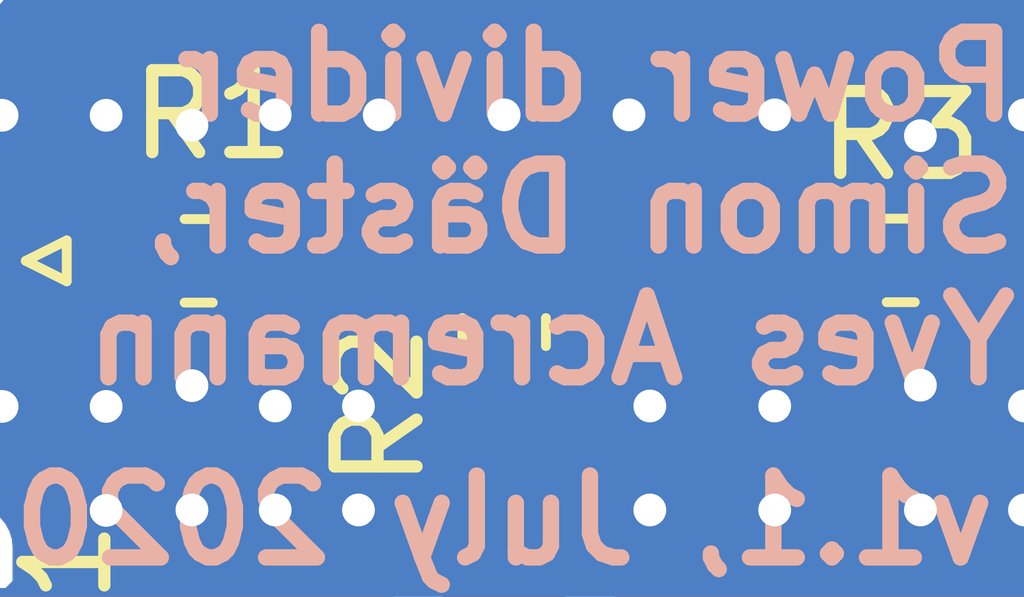
<source format=kicad_pcb>
(kicad_pcb (version 20171130) (host pcbnew 5.1.6-c6e7f7d~87~ubuntu20.04.1)

  (general
    (thickness 1.6)
    (drawings 6)
    (tracks 115)
    (zones 0)
    (modules 6)
    (nets 6)
  )

  (page A4)
  (layers
    (0 F.Cu signal hide)
    (31 B.Cu signal hide)
    (32 B.Adhes user hide)
    (33 F.Adhes user hide)
    (34 B.Paste user hide)
    (35 F.Paste user hide)
    (36 B.SilkS user)
    (37 F.SilkS user hide)
    (38 B.Mask user hide)
    (39 F.Mask user hide)
    (40 Dwgs.User user hide)
    (41 Cmts.User user hide)
    (42 Eco1.User user hide)
    (43 Eco2.User user hide)
    (44 Edge.Cuts user hide)
    (45 Margin user hide)
    (46 B.CrtYd user hide)
    (47 F.CrtYd user hide)
    (48 B.Fab user hide)
    (49 F.Fab user hide)
  )

  (setup
    (last_trace_width 0.25)
    (trace_clearance 0.25)
    (zone_clearance 0.2)
    (zone_45_only no)
    (trace_min 0.2)
    (via_size 0.8)
    (via_drill 0.4)
    (via_min_size 0.4)
    (via_min_drill 0.3)
    (uvia_size 0.3)
    (uvia_drill 0.1)
    (uvias_allowed no)
    (uvia_min_size 0.2)
    (uvia_min_drill 0.1)
    (edge_width 0.05)
    (segment_width 0.2)
    (pcb_text_width 0.3)
    (pcb_text_size 1.5 1.5)
    (mod_edge_width 0.12)
    (mod_text_size 1 1)
    (mod_text_width 0.15)
    (pad_size 1.524 1.524)
    (pad_drill 0.762)
    (pad_to_mask_clearance 0.051)
    (solder_mask_min_width 0.25)
    (aux_axis_origin 0 0)
    (visible_elements FFFFFF7F)
    (pcbplotparams
      (layerselection 0x010fc_ffffffff)
      (usegerberextensions false)
      (usegerberattributes false)
      (usegerberadvancedattributes false)
      (creategerberjobfile false)
      (excludeedgelayer true)
      (linewidth 0.100000)
      (plotframeref true)
      (viasonmask false)
      (mode 1)
      (useauxorigin false)
      (hpglpennumber 1)
      (hpglpenspeed 20)
      (hpglpendiameter 15.000000)
      (psnegative false)
      (psa4output false)
      (plotreference true)
      (plotvalue true)
      (plotinvisibletext false)
      (padsonsilk false)
      (subtractmaskfromsilk false)
      (outputformat 4)
      (mirror false)
      (drillshape 0)
      (scaleselection 1)
      (outputdirectory "/home/simon/Pictures/"))
  )

  (net 0 "")
  (net 1 "Net-(J1-Pad1)")
  (net 2 "Net-(J2-Pad1)")
  (net 3 GND)
  (net 4 "Net-(J3-Pad1)")
  (net 5 "Net-(R1-Pad1)")

  (net_class Default "Dies ist die voreingestellte Netzklasse."
    (clearance 0.25)
    (trace_width 0.25)
    (via_dia 0.8)
    (via_drill 0.4)
    (uvia_dia 0.3)
    (uvia_drill 0.1)
  )

  (net_class GND ""
    (clearance 0)
    (trace_width 0.25)
    (via_dia 0.8)
    (via_drill 0.4)
    (uvia_dia 0.3)
    (uvia_drill 0.1)
    (add_net GND)
  )

  (net_class Signal ""
    (clearance 0.6)
    (trace_width 1.5)
    (via_dia 0.8)
    (via_drill 0.4)
    (uvia_dia 0.3)
    (uvia_drill 0.1)
    (add_net "Net-(J1-Pad1)")
    (add_net "Net-(J2-Pad1)")
    (add_net "Net-(J3-Pad1)")
    (add_net "Net-(R1-Pad1)")
  )

  (module Resistor_SMD:R_0603_1608Metric_Pad1.05x0.95mm_HandSolder (layer F.Cu) (tedit 5B301BBD) (tstamp 5EA4CDCB)
    (at 45.72 30.085 90)
    (descr "Resistor SMD 0603 (1608 Metric), square (rectangular) end terminal, IPC_7351 nominal with elongated pad for handsoldering. (Body size source: http://www.tortai-tech.com/upload/download/2011102023233369053.pdf), generated with kicad-footprint-generator")
    (tags "resistor handsolder")
    (path /5EA208B8)
    (attr smd)
    (fp_text reference R2 (at -0.903 -1.524 90) (layer F.SilkS)
      (effects (font (size 1 1) (thickness 0.15)))
    )
    (fp_text value R (at 0 1.43 90) (layer F.Fab)
      (effects (font (size 1 1) (thickness 0.15)))
    )
    (fp_line (start 1.65 0.73) (end -1.65 0.73) (layer F.CrtYd) (width 0.05))
    (fp_line (start 1.65 -0.73) (end 1.65 0.73) (layer F.CrtYd) (width 0.05))
    (fp_line (start -1.65 -0.73) (end 1.65 -0.73) (layer F.CrtYd) (width 0.05))
    (fp_line (start -1.65 0.73) (end -1.65 -0.73) (layer F.CrtYd) (width 0.05))
    (fp_line (start -0.171267 0.51) (end 0.171267 0.51) (layer F.SilkS) (width 0.12))
    (fp_line (start -0.171267 -0.51) (end 0.171267 -0.51) (layer F.SilkS) (width 0.12))
    (fp_line (start 0.8 0.4) (end -0.8 0.4) (layer F.Fab) (width 0.1))
    (fp_line (start 0.8 -0.4) (end 0.8 0.4) (layer F.Fab) (width 0.1))
    (fp_line (start -0.8 -0.4) (end 0.8 -0.4) (layer F.Fab) (width 0.1))
    (fp_line (start -0.8 0.4) (end -0.8 -0.4) (layer F.Fab) (width 0.1))
    (fp_text user %R (at 0 0 90) (layer F.Fab)
      (effects (font (size 0.4 0.4) (thickness 0.06)))
    )
    (pad 2 smd roundrect (at 0.875 0 90) (size 1.05 0.95) (layers F.Cu F.Paste F.Mask) (roundrect_rratio 0.25)
      (net 5 "Net-(R1-Pad1)"))
    (pad 1 smd roundrect (at -0.875 0 90) (size 1.05 0.95) (layers F.Cu F.Paste F.Mask) (roundrect_rratio 0.25)
      (net 2 "Net-(J2-Pad1)"))
    (model ${KISYS3DMOD}/Resistor_SMD.3dshapes/R_0603_1608Metric.wrl
      (at (xyz 0 0 0))
      (scale (xyz 1 1 1))
      (rotate (xyz 0 0 0))
    )
  )

  (module Resistor_SMD:R_0603_1608Metric_Pad1.05x0.95mm_HandSolder (layer F.Cu) (tedit 5B301BBD) (tstamp 5EA79504)
    (at 50.56 29.21 180)
    (descr "Resistor SMD 0603 (1608 Metric), square (rectangular) end terminal, IPC_7351 nominal with elongated pad for handsoldering. (Body size source: http://www.tortai-tech.com/upload/download/2011102023233369053.pdf), generated with kicad-footprint-generator")
    (tags "resistor handsolder")
    (path /5EA211FC)
    (attr smd)
    (fp_text reference R3 (at 0 1.524) (layer F.SilkS)
      (effects (font (size 1 1) (thickness 0.15)))
    )
    (fp_text value R (at 0 1.43 270) (layer F.Fab)
      (effects (font (size 1 1) (thickness 0.15)))
    )
    (fp_line (start 1.65 0.73) (end -1.65 0.73) (layer F.CrtYd) (width 0.05))
    (fp_line (start 1.65 -0.73) (end 1.65 0.73) (layer F.CrtYd) (width 0.05))
    (fp_line (start -1.65 -0.73) (end 1.65 -0.73) (layer F.CrtYd) (width 0.05))
    (fp_line (start -1.65 0.73) (end -1.65 -0.73) (layer F.CrtYd) (width 0.05))
    (fp_line (start -0.171267 0.51) (end 0.171267 0.51) (layer F.SilkS) (width 0.12))
    (fp_line (start -0.171267 -0.51) (end 0.171267 -0.51) (layer F.SilkS) (width 0.12))
    (fp_line (start 0.8 0.4) (end -0.8 0.4) (layer F.Fab) (width 0.1))
    (fp_line (start 0.8 -0.4) (end 0.8 0.4) (layer F.Fab) (width 0.1))
    (fp_line (start -0.8 -0.4) (end 0.8 -0.4) (layer F.Fab) (width 0.1))
    (fp_line (start -0.8 0.4) (end -0.8 -0.4) (layer F.Fab) (width 0.1))
    (fp_text user %R (at 0 0 270) (layer F.Fab)
      (effects (font (size 0.4 0.4) (thickness 0.06)))
    )
    (pad 2 smd roundrect (at 0.875 0 180) (size 1.05 0.95) (layers F.Cu F.Paste F.Mask) (roundrect_rratio 0.25)
      (net 5 "Net-(R1-Pad1)"))
    (pad 1 smd roundrect (at -0.875 0 180) (size 1.05 0.95) (layers F.Cu F.Paste F.Mask) (roundrect_rratio 0.25)
      (net 4 "Net-(J3-Pad1)"))
    (model ${KISYS3DMOD}/Resistor_SMD.3dshapes/R_0603_1608Metric.wrl
      (at (xyz 0 0 0))
      (scale (xyz 1 1 1))
      (rotate (xyz 0 0 0))
    )
  )

  (module Resistor_SMD:R_0603_1608Metric_Pad1.05x0.95mm_HandSolder (layer F.Cu) (tedit 5B301BBD) (tstamp 5EA7A5DA)
    (at 41.992111 29.215121 180)
    (descr "Resistor SMD 0603 (1608 Metric), square (rectangular) end terminal, IPC_7351 nominal with elongated pad for handsoldering. (Body size source: http://www.tortai-tech.com/upload/download/2011102023233369053.pdf), generated with kicad-footprint-generator")
    (tags "resistor handsolder")
    (path /5EA201AC)
    (attr smd)
    (fp_text reference R1 (at -0.171889 1.783121) (layer F.SilkS)
      (effects (font (size 1 1) (thickness 0.15)))
    )
    (fp_text value R (at 0 1.43 270) (layer F.Fab)
      (effects (font (size 1 1) (thickness 0.15)))
    )
    (fp_line (start 1.65 0.73) (end -1.65 0.73) (layer F.CrtYd) (width 0.05))
    (fp_line (start 1.65 -0.73) (end 1.65 0.73) (layer F.CrtYd) (width 0.05))
    (fp_line (start -1.65 -0.73) (end 1.65 -0.73) (layer F.CrtYd) (width 0.05))
    (fp_line (start -1.65 0.73) (end -1.65 -0.73) (layer F.CrtYd) (width 0.05))
    (fp_line (start -0.171267 0.51) (end 0.171267 0.51) (layer F.SilkS) (width 0.12))
    (fp_line (start -0.171267 -0.51) (end 0.171267 -0.51) (layer F.SilkS) (width 0.12))
    (fp_line (start 0.8 0.4) (end -0.8 0.4) (layer F.Fab) (width 0.1))
    (fp_line (start 0.8 -0.4) (end 0.8 0.4) (layer F.Fab) (width 0.1))
    (fp_line (start -0.8 -0.4) (end 0.8 -0.4) (layer F.Fab) (width 0.1))
    (fp_line (start -0.8 0.4) (end -0.8 -0.4) (layer F.Fab) (width 0.1))
    (fp_text user %R (at 0 0 270) (layer F.Fab)
      (effects (font (size 0.4 0.4) (thickness 0.06)))
    )
    (pad 2 smd roundrect (at 0.875 0 180) (size 1.05 0.95) (layers F.Cu F.Paste F.Mask) (roundrect_rratio 0.25)
      (net 1 "Net-(J1-Pad1)"))
    (pad 1 smd roundrect (at -0.875 0 180) (size 1.05 0.95) (layers F.Cu F.Paste F.Mask) (roundrect_rratio 0.25)
      (net 5 "Net-(R1-Pad1)"))
    (model ${KISYS3DMOD}/Resistor_SMD.3dshapes/R_0603_1608Metric.wrl
      (at (xyz 0 0 0))
      (scale (xyz 1 1 1))
      (rotate (xyz 0 0 0))
    )
  )

  (module Connector_Coaxial:SMA_Amphenol_132289_EdgeMount (layer F.Cu) (tedit 5A1C1810) (tstamp 5EA7AA93)
    (at 56.388 29.21)
    (descr http://www.amphenolrf.com/132289.html)
    (tags SMA)
    (path /5EA1D831)
    (attr smd)
    (fp_text reference J3 (at -3.556 4.318 90) (layer F.SilkS)
      (effects (font (size 1 1) (thickness 0.15)))
    )
    (fp_text value Output2 (at -1.27 6.35) (layer F.Fab)
      (effects (font (size 1 1) (thickness 0.15)))
    )
    (fp_line (start -1.91 5.08) (end 4.445 5.08) (layer F.Fab) (width 0.1))
    (fp_line (start -1.91 3.81) (end -1.91 5.08) (layer F.Fab) (width 0.1))
    (fp_line (start 2.54 3.81) (end -1.91 3.81) (layer F.Fab) (width 0.1))
    (fp_line (start 2.54 -3.81) (end 2.54 3.81) (layer F.Fab) (width 0.1))
    (fp_line (start -1.91 -3.81) (end 2.54 -3.81) (layer F.Fab) (width 0.1))
    (fp_line (start -1.91 -5.08) (end -1.91 -3.81) (layer F.Fab) (width 0.1))
    (fp_line (start -1.91 -5.08) (end 4.445 -5.08) (layer F.Fab) (width 0.1))
    (fp_line (start 4.445 -3.81) (end 4.445 -5.08) (layer F.Fab) (width 0.1))
    (fp_line (start 4.445 5.08) (end 4.445 3.81) (layer F.Fab) (width 0.1))
    (fp_line (start 13.97 3.81) (end 4.445 3.81) (layer F.Fab) (width 0.1))
    (fp_line (start 13.97 -3.81) (end 13.97 3.81) (layer F.Fab) (width 0.1))
    (fp_line (start 4.445 -3.81) (end 13.97 -3.81) (layer F.Fab) (width 0.1))
    (fp_line (start -3.04 5.58) (end -3.04 -5.58) (layer B.CrtYd) (width 0.05))
    (fp_line (start 14.47 5.58) (end -3.04 5.58) (layer B.CrtYd) (width 0.05))
    (fp_line (start 14.47 -5.58) (end 14.47 5.58) (layer B.CrtYd) (width 0.05))
    (fp_line (start 14.47 -5.58) (end -3.04 -5.58) (layer B.CrtYd) (width 0.05))
    (fp_line (start -3.04 5.58) (end -3.04 -5.58) (layer F.CrtYd) (width 0.05))
    (fp_line (start 14.47 5.58) (end -3.04 5.58) (layer F.CrtYd) (width 0.05))
    (fp_line (start 14.47 -5.58) (end 14.47 5.58) (layer F.CrtYd) (width 0.05))
    (fp_line (start 14.47 -5.58) (end -3.04 -5.58) (layer F.CrtYd) (width 0.05))
    (fp_line (start 2.54 -0.75) (end 3.54 0) (layer F.Fab) (width 0.1))
    (fp_line (start 3.54 0) (end 2.54 0.75) (layer F.Fab) (width 0.1))
    (fp_line (start -3.21 0) (end -3.71 -0.25) (layer F.SilkS) (width 0.12))
    (fp_line (start -3.71 -0.25) (end -3.71 0.25) (layer F.SilkS) (width 0.12))
    (fp_line (start -3.71 0.25) (end -3.21 0) (layer F.SilkS) (width 0.12))
    (fp_text user %R (at 4.79 0 270) (layer F.Fab)
      (effects (font (size 1 1) (thickness 0.15)))
    )
    (pad 1 smd rect (at 0 0 90) (size 1.5 5.08) (layers F.Cu F.Paste F.Mask)
      (net 4 "Net-(J3-Pad1)"))
    (pad 2 smd rect (at 0 -4.25 90) (size 1.5 5.08) (layers F.Cu F.Paste F.Mask)
      (net 3 GND))
    (pad 2 smd rect (at 0 4.25 90) (size 1.5 5.08) (layers F.Cu F.Paste F.Mask)
      (net 3 GND))
    (pad 2 smd rect (at 0 -4.25 90) (size 1.5 5.08) (layers B.Cu B.Paste B.Mask)
      (net 3 GND))
    (pad 2 smd rect (at 0 4.25 90) (size 1.5 5.08) (layers B.Cu B.Paste B.Mask)
      (net 3 GND))
    (model ${KISYS3DMOD}/Connector_Coaxial.3dshapes/SMA_Amphenol_132289_EdgeMount.wrl
      (at (xyz 0 0 0))
      (scale (xyz 1 1 1))
      (rotate (xyz 0 0 0))
    )
  )

  (module Connector_Coaxial:SMA_Amphenol_132289_EdgeMount (layer F.Cu) (tedit 5A1C1810) (tstamp 5EA7A580)
    (at 45.72 38.354 270)
    (descr http://www.amphenolrf.com/132289.html)
    (tags SMA)
    (path /5EA1D40E)
    (attr smd)
    (fp_text reference J2 (at -3.556 -4.064) (layer F.SilkS)
      (effects (font (size 1 1) (thickness 0.15)))
    )
    (fp_text value Output1 (at -1.27 6.545 90) (layer F.Fab)
      (effects (font (size 1 1) (thickness 0.15)))
    )
    (fp_line (start -1.91 5.08) (end 4.445 5.08) (layer F.Fab) (width 0.1))
    (fp_line (start -1.91 3.81) (end -1.91 5.08) (layer F.Fab) (width 0.1))
    (fp_line (start 2.54 3.81) (end -1.91 3.81) (layer F.Fab) (width 0.1))
    (fp_line (start 2.54 -3.81) (end 2.54 3.81) (layer F.Fab) (width 0.1))
    (fp_line (start -1.91 -3.81) (end 2.54 -3.81) (layer F.Fab) (width 0.1))
    (fp_line (start -1.91 -5.08) (end -1.91 -3.81) (layer F.Fab) (width 0.1))
    (fp_line (start -1.91 -5.08) (end 4.445 -5.08) (layer F.Fab) (width 0.1))
    (fp_line (start 4.445 -3.81) (end 4.445 -5.08) (layer F.Fab) (width 0.1))
    (fp_line (start 4.445 5.08) (end 4.445 3.81) (layer F.Fab) (width 0.1))
    (fp_line (start 13.97 3.81) (end 4.445 3.81) (layer F.Fab) (width 0.1))
    (fp_line (start 13.97 -3.81) (end 13.97 3.81) (layer F.Fab) (width 0.1))
    (fp_line (start 4.445 -3.81) (end 13.97 -3.81) (layer F.Fab) (width 0.1))
    (fp_line (start -3.04 5.58) (end -3.04 -5.58) (layer B.CrtYd) (width 0.05))
    (fp_line (start 14.47 5.58) (end -3.04 5.58) (layer B.CrtYd) (width 0.05))
    (fp_line (start 14.47 -5.58) (end 14.47 5.58) (layer B.CrtYd) (width 0.05))
    (fp_line (start 14.47 -5.58) (end -3.04 -5.58) (layer B.CrtYd) (width 0.05))
    (fp_line (start -3.04 5.58) (end -3.04 -5.58) (layer F.CrtYd) (width 0.05))
    (fp_line (start 14.47 5.58) (end -3.04 5.58) (layer F.CrtYd) (width 0.05))
    (fp_line (start 14.47 -5.58) (end 14.47 5.58) (layer F.CrtYd) (width 0.05))
    (fp_line (start 14.47 -5.58) (end -3.04 -5.58) (layer F.CrtYd) (width 0.05))
    (fp_line (start 2.54 -0.75) (end 3.54 0) (layer F.Fab) (width 0.1))
    (fp_line (start 3.54 0) (end 2.54 0.75) (layer F.Fab) (width 0.1))
    (fp_line (start -3.21 0) (end -3.71 -0.25) (layer F.SilkS) (width 0.12))
    (fp_line (start -3.71 -0.25) (end -3.71 0.25) (layer F.SilkS) (width 0.12))
    (fp_line (start -3.71 0.25) (end -3.21 0) (layer F.SilkS) (width 0.12))
    (fp_text user %R (at 4.79 0 180) (layer F.Fab)
      (effects (font (size 1 1) (thickness 0.15)))
    )
    (pad 1 smd rect (at 0 0) (size 1.5 5.08) (layers F.Cu F.Paste F.Mask)
      (net 2 "Net-(J2-Pad1)"))
    (pad 2 smd rect (at 0 -4.25) (size 1.5 5.08) (layers F.Cu F.Paste F.Mask)
      (net 3 GND))
    (pad 2 smd rect (at 0 4.25) (size 1.5 5.08) (layers F.Cu F.Paste F.Mask)
      (net 3 GND))
    (pad 2 smd rect (at 0 -4.25) (size 1.5 5.08) (layers B.Cu B.Paste B.Mask)
      (net 3 GND))
    (pad 2 smd rect (at 0 4.25) (size 1.5 5.08) (layers B.Cu B.Paste B.Mask)
      (net 3 GND))
    (model ${KISYS3DMOD}/Connector_Coaxial.3dshapes/SMA_Amphenol_132289_EdgeMount.wrl
      (at (xyz 0 0 0))
      (scale (xyz 1 1 1))
      (rotate (xyz 0 0 0))
    )
  )

  (module Connector_Coaxial:SMA_Amphenol_132289_EdgeMount (layer F.Cu) (tedit 5A1C1810) (tstamp 5EA7A61F)
    (at 36.672111 29.215121 180)
    (descr http://www.amphenolrf.com/132289.html)
    (tags SMA)
    (path /5EA1C83D)
    (attr smd)
    (fp_text reference J1 (at -3.713889 -4.058879 90) (layer F.SilkS)
      (effects (font (size 1 1) (thickness 0.15)))
    )
    (fp_text value Input (at -0.635 6.35) (layer F.Fab)
      (effects (font (size 1 1) (thickness 0.15)))
    )
    (fp_line (start -1.91 5.08) (end 4.445 5.08) (layer F.Fab) (width 0.1))
    (fp_line (start -1.91 3.81) (end -1.91 5.08) (layer F.Fab) (width 0.1))
    (fp_line (start 2.54 3.81) (end -1.91 3.81) (layer F.Fab) (width 0.1))
    (fp_line (start 2.54 -3.81) (end 2.54 3.81) (layer F.Fab) (width 0.1))
    (fp_line (start -1.91 -3.81) (end 2.54 -3.81) (layer F.Fab) (width 0.1))
    (fp_line (start -1.91 -5.08) (end -1.91 -3.81) (layer F.Fab) (width 0.1))
    (fp_line (start -1.91 -5.08) (end 4.445 -5.08) (layer F.Fab) (width 0.1))
    (fp_line (start 4.445 -3.81) (end 4.445 -5.08) (layer F.Fab) (width 0.1))
    (fp_line (start 4.445 5.08) (end 4.445 3.81) (layer F.Fab) (width 0.1))
    (fp_line (start 13.97 3.81) (end 4.445 3.81) (layer F.Fab) (width 0.1))
    (fp_line (start 13.97 -3.81) (end 13.97 3.81) (layer F.Fab) (width 0.1))
    (fp_line (start 4.445 -3.81) (end 13.97 -3.81) (layer F.Fab) (width 0.1))
    (fp_line (start -3.04 5.58) (end -3.04 -5.58) (layer B.CrtYd) (width 0.05))
    (fp_line (start 14.47 5.58) (end -3.04 5.58) (layer B.CrtYd) (width 0.05))
    (fp_line (start 14.47 -5.58) (end 14.47 5.58) (layer B.CrtYd) (width 0.05))
    (fp_line (start 14.47 -5.58) (end -3.04 -5.58) (layer B.CrtYd) (width 0.05))
    (fp_line (start -3.04 5.58) (end -3.04 -5.58) (layer F.CrtYd) (width 0.05))
    (fp_line (start 14.47 5.58) (end -3.04 5.58) (layer F.CrtYd) (width 0.05))
    (fp_line (start 14.47 -5.58) (end 14.47 5.58) (layer F.CrtYd) (width 0.05))
    (fp_line (start 14.47 -5.58) (end -3.04 -5.58) (layer F.CrtYd) (width 0.05))
    (fp_line (start 2.54 -0.75) (end 3.54 0) (layer F.Fab) (width 0.1))
    (fp_line (start 3.54 0) (end 2.54 0.75) (layer F.Fab) (width 0.1))
    (fp_line (start -3.21 0) (end -3.71 -0.25) (layer F.SilkS) (width 0.12))
    (fp_line (start -3.71 -0.25) (end -3.71 0.25) (layer F.SilkS) (width 0.12))
    (fp_line (start -3.71 0.25) (end -3.21 0) (layer F.SilkS) (width 0.12))
    (fp_text user %R (at 4.79 0 270) (layer F.Fab)
      (effects (font (size 1 1) (thickness 0.15)))
    )
    (pad 1 smd rect (at 0 0 270) (size 1.5 5.08) (layers F.Cu F.Paste F.Mask)
      (net 1 "Net-(J1-Pad1)"))
    (pad 2 smd rect (at 0 -4.25 270) (size 1.5 5.08) (layers F.Cu F.Paste F.Mask)
      (net 3 GND))
    (pad 2 smd rect (at 0 4.25 270) (size 1.5 5.08) (layers F.Cu F.Paste F.Mask)
      (net 3 GND))
    (pad 2 smd rect (at 0 -4.25 270) (size 1.5 5.08) (layers B.Cu B.Paste B.Mask)
      (net 3 GND))
    (pad 2 smd rect (at 0 4.25 270) (size 1.5 5.08) (layers B.Cu B.Paste B.Mask)
      (net 3 GND))
    (model ${KISYS3DMOD}/Connector_Coaxial.3dshapes/SMA_Amphenol_132289_EdgeMount.wrl
      (at (xyz 0 0 0))
      (scale (xyz 1 1 1))
      (rotate (xyz 0 0 0))
    )
  )

  (gr_text "v1.1, July 2020\n" (at 45.72 32.385) (layer B.SilkS) (tstamp 5EA7359E)
    (effects (font (size 1 1) (thickness 0.2)) (justify mirror))
  )
  (gr_text "Power divider\nSimon Däster, \nYves Acremann" (at 52.07 28.575) (layer B.SilkS)
    (effects (font (size 1 1) (thickness 0.2)) (justify left mirror))
  )
  (gr_line (start 59 21.1) (end 59 41) (layer Edge.Cuts) (width 0.1))
  (gr_line (start 34.1 21.1) (end 59 21.1) (layer Edge.Cuts) (width 0.1) (tstamp 5EA7AA20))
  (gr_line (start 34.1 41) (end 34.1 21.1) (layer Edge.Cuts) (width 0.1) (tstamp 5EA7A66D))
  (gr_line (start 59 41) (end 34.1 41) (layer Edge.Cuts) (width 0.1))

  (segment (start 36.672111 29.215121) (end 40.592101 29.215121) (width 1.5) (layer F.Cu) (net 1) (tstamp 5EA7A5C8))
  (segment (start 45.72 33.225) (end 45.72 31.48501) (width 1.5) (layer F.Cu) (net 2))
  (segment (start 45.72 37.465) (end 45.72 33.225) (width 1.5) (layer F.Cu) (net 2))
  (via (at 50.8 30.734) (size 0.8) (drill 0.4) (layers F.Cu B.Cu) (net 3))
  (via (at 49.022 30.988) (size 0.8) (drill 0.4) (layers F.Cu B.Cu) (net 3))
  (via (at 47.498 30.988) (size 0.8) (drill 0.4) (layers F.Cu B.Cu) (net 3))
  (via (at 43.942 30.988) (size 0.8) (drill 0.4) (layers F.Cu B.Cu) (net 3))
  (via (at 42.926 30.988) (size 0.8) (drill 0.4) (layers F.Cu B.Cu) (net 3))
  (via (at 41.91 30.739121) (size 0.8) (drill 0.4) (layers F.Cu B.Cu) (net 3) (tstamp 5EA7A532))
  (via (at 40.863111 30.993121) (size 0.8) (drill 0.4) (layers F.Cu B.Cu) (net 3) (tstamp 5EA7A53B))
  (via (at 39.593111 30.993121) (size 0.8) (drill 0.4) (layers F.Cu B.Cu) (net 3) (tstamp 5EA7A676))
  (via (at 38.323111 30.993121) (size 0.8) (drill 0.4) (layers F.Cu B.Cu) (net 3) (tstamp 5EA7A679))
  (via (at 37.053111 30.993121) (size 0.8) (drill 0.4) (layers F.Cu B.Cu) (net 3) (tstamp 5EA7A54A))
  (via (at 35.783111 30.993121) (size 0.8) (drill 0.4) (layers F.Cu B.Cu) (net 3) (tstamp 5EA7A55C))
  (via (at 35.783111 27.437121) (size 0.8) (drill 0.4) (layers F.Cu B.Cu) (net 3) (tstamp 5EA7A553))
  (via (at 37.053111 27.437121) (size 0.8) (drill 0.4) (layers F.Cu B.Cu) (net 3) (tstamp 5EA7A547))
  (via (at 38.323111 27.437121) (size 0.8) (drill 0.4) (layers F.Cu B.Cu) (net 3) (tstamp 5EA7A5C5))
  (via (at 39.593111 27.437121) (size 0.8) (drill 0.4) (layers F.Cu B.Cu) (net 3) (tstamp 5EA7A526))
  (via (at 40.863111 27.437121) (size 0.8) (drill 0.4) (layers F.Cu B.Cu) (net 3) (tstamp 5EA7A66A))
  (via (at 41.91 27.559) (size 0.8) (drill 0.4) (layers F.Cu B.Cu) (net 3) (tstamp 5EA7A5FB))
  (via (at 42.926 27.432) (size 0.8) (drill 0.4) (layers F.Cu B.Cu) (net 3))
  (via (at 44.196 27.432) (size 0.8) (drill 0.4) (layers F.Cu B.Cu) (net 3))
  (via (at 45.72 27.432) (size 0.8) (drill 0.4) (layers F.Cu B.Cu) (net 3))
  (via (at 47.244 27.432) (size 0.8) (drill 0.4) (layers F.Cu B.Cu) (net 3))
  (via (at 49.022 27.432) (size 0.8) (drill 0.4) (layers F.Cu B.Cu) (net 3))
  (via (at 52.07 27.432) (size 0.8) (drill 0.4) (layers F.Cu B.Cu) (net 3))
  (via (at 53.34 27.432) (size 0.8) (drill 0.4) (layers F.Cu B.Cu) (net 3))
  (via (at 54.61 27.432) (size 0.8) (drill 0.4) (layers F.Cu B.Cu) (net 3))
  (via (at 56.134 27.432) (size 0.8) (drill 0.4) (layers F.Cu B.Cu) (net 3))
  (via (at 57.404 27.432) (size 0.8) (drill 0.4) (layers F.Cu B.Cu) (net 3))
  (via (at 50.8 27.686) (size 0.8) (drill 0.4) (layers F.Cu B.Cu) (net 3))
  (via (at 52.07 30.988) (size 0.8) (drill 0.4) (layers F.Cu B.Cu) (net 3))
  (via (at 53.34 30.988) (size 0.8) (drill 0.4) (layers F.Cu B.Cu) (net 3))
  (via (at 54.61 30.988) (size 0.8) (drill 0.4) (layers F.Cu B.Cu) (net 3))
  (via (at 56.388 30.988) (size 0.8) (drill 0.4) (layers F.Cu B.Cu) (net 3))
  (via (at 57.404 30.988) (size 0.8) (drill 0.4) (layers F.Cu B.Cu) (net 3))
  (via (at 47.498 32.258) (size 0.8) (drill 0.4) (layers F.Cu B.Cu) (net 3))
  (via (at 47.498 33.782) (size 0.8) (drill 0.4) (layers F.Cu B.Cu) (net 3))
  (via (at 47.498 35.306) (size 0.8) (drill 0.4) (layers F.Cu B.Cu) (net 3))
  (via (at 47.498 36.83) (size 0.8) (drill 0.4) (layers F.Cu B.Cu) (net 3))
  (via (at 47.498 38.354) (size 0.8) (drill 0.4) (layers F.Cu B.Cu) (net 3))
  (via (at 43.942 38.354) (size 0.8) (drill 0.4) (layers F.Cu B.Cu) (net 3))
  (via (at 43.942 36.83) (size 0.8) (drill 0.4) (layers F.Cu B.Cu) (net 3))
  (via (at 43.942 35.306) (size 0.8) (drill 0.4) (layers F.Cu B.Cu) (net 3))
  (via (at 43.942 33.782) (size 0.8) (drill 0.4) (layers F.Cu B.Cu) (net 3))
  (via (at 43.942 32.258) (size 0.8) (drill 0.4) (layers F.Cu B.Cu) (net 3))
  (via (at 42.926 32.258) (size 0.8) (drill 0.4) (layers F.Cu B.Cu) (net 3))
  (via (at 41.91 32.258) (size 0.8) (drill 0.4) (layers F.Cu B.Cu) (net 3) (tstamp 5EA7A556))
  (via (at 40.863111 32.263121) (size 0.8) (drill 0.4) (layers F.Cu B.Cu) (net 3) (tstamp 5EA7A529))
  (via (at 40.863111 33.787121) (size 0.8) (drill 0.4) (layers F.Cu B.Cu) (net 3) (tstamp 5EA7A664))
  (via (at 41.91 33.787121) (size 0.8) (drill 0.4) (layers F.Cu B.Cu) (net 3) (tstamp 5EA7A670))
  (via (at 42.926 33.782) (size 0.8) (drill 0.4) (layers F.Cu B.Cu) (net 3))
  (via (at 39.116 35.306) (size 0.8) (drill 0.4) (layers F.Cu B.Cu) (net 3) (tstamp 5EA7A550))
  (via (at 39.116 36.83) (size 0.8) (drill 0.4) (layers F.Cu B.Cu) (net 3))
  (via (at 39.116 38.354) (size 0.8) (drill 0.4) (layers F.Cu B.Cu) (net 3))
  (via (at 37.846 35.306) (size 0.8) (drill 0.4) (layers F.Cu B.Cu) (net 3) (tstamp 5EA7A54D))
  (via (at 36.576 35.306) (size 0.8) (drill 0.4) (layers F.Cu B.Cu) (net 3) (tstamp 5EA7A559))
  (via (at 35.306 35.306) (size 0.8) (drill 0.4) (layers F.Cu B.Cu) (net 3) (tstamp 5EA7A667))
  (via (at 35.306 36.83) (size 0.8) (drill 0.4) (layers F.Cu B.Cu) (net 3))
  (via (at 36.576 36.83) (size 0.8) (drill 0.4) (layers F.Cu B.Cu) (net 3))
  (via (at 37.846 36.83) (size 0.8) (drill 0.4) (layers F.Cu B.Cu) (net 3))
  (via (at 37.846 38.354) (size 0.8) (drill 0.4) (layers F.Cu B.Cu) (net 3))
  (via (at 36.576 38.354) (size 0.8) (drill 0.4) (layers F.Cu B.Cu) (net 3))
  (via (at 35.306 38.354) (size 0.8) (drill 0.4) (layers F.Cu B.Cu) (net 3))
  (via (at 49.022 32.258) (size 0.8) (drill 0.4) (layers F.Cu B.Cu) (net 3))
  (via (at 49.022 33.782) (size 0.8) (drill 0.4) (layers F.Cu B.Cu) (net 3))
  (via (at 50.8 32.258) (size 0.8) (drill 0.4) (layers F.Cu B.Cu) (net 3))
  (via (at 50.8 33.782) (size 0.8) (drill 0.4) (layers F.Cu B.Cu) (net 3))
  (via (at 52.07 32.258) (size 0.8) (drill 0.4) (layers F.Cu B.Cu) (net 3))
  (via (at 52.07 33.782) (size 0.8) (drill 0.4) (layers F.Cu B.Cu) (net 3))
  (via (at 52.07 35.306) (size 0.8) (drill 0.4) (layers F.Cu B.Cu) (net 3))
  (via (at 52.07 36.83) (size 0.8) (drill 0.4) (layers F.Cu B.Cu) (net 3))
  (via (at 52.07 38.354) (size 0.8) (drill 0.4) (layers F.Cu B.Cu) (net 3))
  (via (at 54.61 38.354) (size 0.8) (drill 0.4) (layers F.Cu B.Cu) (net 3))
  (via (at 56.388 38.354) (size 0.8) (drill 0.4) (layers F.Cu B.Cu) (net 3))
  (via (at 56.388 36.83) (size 0.8) (drill 0.4) (layers F.Cu B.Cu) (net 3))
  (via (at 54.61 36.83) (size 0.8) (drill 0.4) (layers F.Cu B.Cu) (net 3))
  (via (at 54.61 35.306) (size 0.8) (drill 0.4) (layers F.Cu B.Cu) (net 3))
  (via (at 56.388 35.306) (size 0.8) (drill 0.4) (layers F.Cu B.Cu) (net 3))
  (via (at 40.863111 25.709921) (size 0.8) (drill 0.4) (layers F.Cu B.Cu) (net 3) (tstamp 5EA7A53E))
  (via (at 40.863111 24.389121) (size 0.8) (drill 0.4) (layers F.Cu B.Cu) (net 3) (tstamp 5EA7A544))
  (via (at 41.91 25.781) (size 0.8) (drill 0.4) (layers F.Cu B.Cu) (net 3) (tstamp 5EA7A52C))
  (via (at 41.91 24.389121) (size 0.8) (drill 0.4) (layers F.Cu B.Cu) (net 3) (tstamp 5EA7A673))
  (via (at 42.926 25.7048) (size 0.8) (drill 0.4) (layers F.Cu B.Cu) (net 3))
  (via (at 42.926 24.384) (size 0.8) (drill 0.4) (layers F.Cu B.Cu) (net 3))
  (via (at 44.196 25.7048) (size 0.8) (drill 0.4) (layers F.Cu B.Cu) (net 3))
  (via (at 44.196 24.384) (size 0.8) (drill 0.4) (layers F.Cu B.Cu) (net 3))
  (via (at 45.72 25.7048) (size 0.8) (drill 0.4) (layers F.Cu B.Cu) (net 3))
  (via (at 45.72 24.384) (size 0.8) (drill 0.4) (layers F.Cu B.Cu) (net 3))
  (via (at 47.244 25.7048) (size 0.8) (drill 0.4) (layers F.Cu B.Cu) (net 3))
  (via (at 47.244 24.384) (size 0.8) (drill 0.4) (layers F.Cu B.Cu) (net 3))
  (via (at 49.022 25.7048) (size 0.8) (drill 0.4) (layers F.Cu B.Cu) (net 3))
  (via (at 49.022 24.384) (size 0.8) (drill 0.4) (layers F.Cu B.Cu) (net 3))
  (via (at 50.546 25.7048) (size 0.8) (drill 0.4) (layers F.Cu B.Cu) (net 3))
  (via (at 50.546 24.384) (size 0.8) (drill 0.4) (layers F.Cu B.Cu) (net 3))
  (via (at 52.07 25.7048) (size 0.8) (drill 0.4) (layers F.Cu B.Cu) (net 3))
  (via (at 52.07 24.384) (size 0.8) (drill 0.4) (layers F.Cu B.Cu) (net 3))
  (via (at 52.07 22.352) (size 0.8) (drill 0.4) (layers F.Cu B.Cu) (net 3))
  (via (at 50.546 22.352) (size 0.8) (drill 0.4) (layers F.Cu B.Cu) (net 3))
  (via (at 49.022 22.352) (size 0.8) (drill 0.4) (layers F.Cu B.Cu) (net 3))
  (via (at 47.244 22.352) (size 0.8) (drill 0.4) (layers F.Cu B.Cu) (net 3))
  (via (at 45.72 22.352) (size 0.8) (drill 0.4) (layers F.Cu B.Cu) (net 3))
  (via (at 44.196 22.352) (size 0.8) (drill 0.4) (layers F.Cu B.Cu) (net 3))
  (via (at 42.926 22.352) (size 0.8) (drill 0.4) (layers F.Cu B.Cu) (net 3))
  (via (at 41.656 22.352) (size 0.8) (drill 0.4) (layers F.Cu B.Cu) (net 3))
  (via (at 40.386 22.352) (size 0.8) (drill 0.4) (layers F.Cu B.Cu) (net 3))
  (via (at 39.116 22.352) (size 0.8) (drill 0.4) (layers F.Cu B.Cu) (net 3))
  (via (at 37.846 22.352) (size 0.8) (drill 0.4) (layers F.Cu B.Cu) (net 3))
  (via (at 36.576 22.352) (size 0.8) (drill 0.4) (layers F.Cu B.Cu) (net 3))
  (via (at 35.306 22.352) (size 0.8) (drill 0.4) (layers F.Cu B.Cu) (net 3))
  (via (at 53.34 22.352) (size 0.8) (drill 0.4) (layers F.Cu B.Cu) (net 3))
  (via (at 54.61 22.352) (size 0.8) (drill 0.4) (layers F.Cu B.Cu) (net 3))
  (via (at 56.134 22.352) (size 0.8) (drill 0.4) (layers F.Cu B.Cu) (net 3))
  (via (at 57.404 22.352) (size 0.8) (drill 0.4) (layers F.Cu B.Cu) (net 3))
  (segment (start 55.88 29.21) (end 51.96001 29.21) (width 1.5) (layer F.Cu) (net 4))

  (zone (net 3) (net_name GND) (layer B.Cu) (tstamp 5F22CC3A) (hatch edge 0.508)
    (connect_pads (clearance 0.2))
    (min_thickness 0.254)
    (fill yes (arc_segments 32) (thermal_gap 0.508) (thermal_bridge_width 0.508))
    (polygon
      (pts
        (xy 58.674 40.894) (xy 34.29 40.894) (xy 34.29 21.336) (xy 58.674 21.336)
      )
    )
    (filled_polygon
      (pts
        (xy 58.547 23.572448) (xy 56.67375 23.575) (xy 56.515 23.73375) (xy 56.515 24.833) (xy 56.535 24.833)
        (xy 56.535 25.087) (xy 56.515 25.087) (xy 56.515 26.18625) (xy 56.67375 26.345) (xy 58.547 26.347552)
        (xy 58.547 32.072448) (xy 56.67375 32.075) (xy 56.515 32.23375) (xy 56.515 33.333) (xy 56.535 33.333)
        (xy 56.535 33.587) (xy 56.515 33.587) (xy 56.515 34.68625) (xy 56.67375 34.845) (xy 58.547 34.847552)
        (xy 58.547 40.623) (xy 51.357703 40.623) (xy 51.355 38.63975) (xy 51.19625 38.481) (xy 50.097 38.481)
        (xy 50.097 38.501) (xy 49.843 38.501) (xy 49.843 38.481) (xy 48.74375 38.481) (xy 48.585 38.63975)
        (xy 48.582297 40.623) (xy 42.857703 40.623) (xy 42.855 38.63975) (xy 42.69625 38.481) (xy 41.597 38.481)
        (xy 41.597 38.501) (xy 41.343 38.501) (xy 41.343 38.481) (xy 40.24375 38.481) (xy 40.085 38.63975)
        (xy 40.082297 40.623) (xy 34.477 40.623) (xy 34.477 35.814) (xy 40.081928 35.814) (xy 40.085 38.06825)
        (xy 40.24375 38.227) (xy 41.343 38.227) (xy 41.343 35.33775) (xy 41.597 35.33775) (xy 41.597 38.227)
        (xy 42.69625 38.227) (xy 42.855 38.06825) (xy 42.858072 35.814) (xy 48.581928 35.814) (xy 48.585 38.06825)
        (xy 48.74375 38.227) (xy 49.843 38.227) (xy 49.843 35.33775) (xy 50.097 35.33775) (xy 50.097 38.227)
        (xy 51.19625 38.227) (xy 51.355 38.06825) (xy 51.358072 35.814) (xy 51.345812 35.689518) (xy 51.309502 35.56982)
        (xy 51.250537 35.459506) (xy 51.171185 35.362815) (xy 51.074494 35.283463) (xy 50.96418 35.224498) (xy 50.844482 35.188188)
        (xy 50.72 35.175928) (xy 50.25575 35.179) (xy 50.097 35.33775) (xy 49.843 35.33775) (xy 49.68425 35.179)
        (xy 49.22 35.175928) (xy 49.095518 35.188188) (xy 48.97582 35.224498) (xy 48.865506 35.283463) (xy 48.768815 35.362815)
        (xy 48.689463 35.459506) (xy 48.630498 35.56982) (xy 48.594188 35.689518) (xy 48.581928 35.814) (xy 42.858072 35.814)
        (xy 42.845812 35.689518) (xy 42.809502 35.56982) (xy 42.750537 35.459506) (xy 42.671185 35.362815) (xy 42.574494 35.283463)
        (xy 42.46418 35.224498) (xy 42.344482 35.188188) (xy 42.22 35.175928) (xy 41.75575 35.179) (xy 41.597 35.33775)
        (xy 41.343 35.33775) (xy 41.18425 35.179) (xy 40.72 35.175928) (xy 40.595518 35.188188) (xy 40.47582 35.224498)
        (xy 40.365506 35.283463) (xy 40.268815 35.362815) (xy 40.189463 35.459506) (xy 40.130498 35.56982) (xy 40.094188 35.689518)
        (xy 40.081928 35.814) (xy 34.477 35.814) (xy 34.477 34.852723) (xy 36.386361 34.850121) (xy 36.545111 34.691371)
        (xy 36.545111 33.592121) (xy 36.799111 33.592121) (xy 36.799111 34.691371) (xy 36.957861 34.850121) (xy 39.212111 34.853193)
        (xy 39.336593 34.840933) (xy 39.456291 34.804623) (xy 39.566605 34.745658) (xy 39.663296 34.666306) (xy 39.742648 34.569615)
        (xy 39.801613 34.459301) (xy 39.837923 34.339603) (xy 39.850183 34.215121) (xy 39.85015 34.21) (xy 53.209928 34.21)
        (xy 53.222188 34.334482) (xy 53.258498 34.45418) (xy 53.317463 34.564494) (xy 53.396815 34.661185) (xy 53.493506 34.740537)
        (xy 53.60382 34.799502) (xy 53.723518 34.835812) (xy 53.848 34.848072) (xy 56.10225 34.845) (xy 56.261 34.68625)
        (xy 56.261 33.587) (xy 53.37175 33.587) (xy 53.213 33.74575) (xy 53.209928 34.21) (xy 39.85015 34.21)
        (xy 39.847111 33.750871) (xy 39.688361 33.592121) (xy 36.799111 33.592121) (xy 36.545111 33.592121) (xy 36.525111 33.592121)
        (xy 36.525111 33.338121) (xy 36.545111 33.338121) (xy 36.545111 32.238871) (xy 36.799111 32.238871) (xy 36.799111 33.338121)
        (xy 39.688361 33.338121) (xy 39.847111 33.179371) (xy 39.850183 32.715121) (xy 39.849679 32.71) (xy 53.209928 32.71)
        (xy 53.213 33.17425) (xy 53.37175 33.333) (xy 56.261 33.333) (xy 56.261 32.23375) (xy 56.10225 32.075)
        (xy 53.848 32.071928) (xy 53.723518 32.084188) (xy 53.60382 32.120498) (xy 53.493506 32.179463) (xy 53.396815 32.258815)
        (xy 53.317463 32.355506) (xy 53.258498 32.46582) (xy 53.222188 32.585518) (xy 53.209928 32.71) (xy 39.849679 32.71)
        (xy 39.837923 32.590639) (xy 39.801613 32.470941) (xy 39.742648 32.360627) (xy 39.663296 32.263936) (xy 39.566605 32.184584)
        (xy 39.456291 32.125619) (xy 39.336593 32.089309) (xy 39.212111 32.077049) (xy 36.957861 32.080121) (xy 36.799111 32.238871)
        (xy 36.545111 32.238871) (xy 36.386361 32.080121) (xy 34.477 32.077519) (xy 34.477 26.352723) (xy 36.386361 26.350121)
        (xy 36.545111 26.191371) (xy 36.545111 25.092121) (xy 36.799111 25.092121) (xy 36.799111 26.191371) (xy 36.957861 26.350121)
        (xy 39.212111 26.353193) (xy 39.336593 26.340933) (xy 39.456291 26.304623) (xy 39.566605 26.245658) (xy 39.663296 26.166306)
        (xy 39.742648 26.069615) (xy 39.801613 25.959301) (xy 39.837923 25.839603) (xy 39.850183 25.715121) (xy 39.85015 25.71)
        (xy 53.209928 25.71) (xy 53.222188 25.834482) (xy 53.258498 25.95418) (xy 53.317463 26.064494) (xy 53.396815 26.161185)
        (xy 53.493506 26.240537) (xy 53.60382 26.299502) (xy 53.723518 26.335812) (xy 53.848 26.348072) (xy 56.10225 26.345)
        (xy 56.261 26.18625) (xy 56.261 25.087) (xy 53.37175 25.087) (xy 53.213 25.24575) (xy 53.209928 25.71)
        (xy 39.85015 25.71) (xy 39.847111 25.250871) (xy 39.688361 25.092121) (xy 36.799111 25.092121) (xy 36.545111 25.092121)
        (xy 36.525111 25.092121) (xy 36.525111 24.838121) (xy 36.545111 24.838121) (xy 36.545111 23.738871) (xy 36.799111 23.738871)
        (xy 36.799111 24.838121) (xy 39.688361 24.838121) (xy 39.847111 24.679371) (xy 39.850183 24.215121) (xy 39.849679 24.21)
        (xy 53.209928 24.21) (xy 53.213 24.67425) (xy 53.37175 24.833) (xy 56.261 24.833) (xy 56.261 23.73375)
        (xy 56.10225 23.575) (xy 53.848 23.571928) (xy 53.723518 23.584188) (xy 53.60382 23.620498) (xy 53.493506 23.679463)
        (xy 53.396815 23.758815) (xy 53.317463 23.855506) (xy 53.258498 23.96582) (xy 53.222188 24.085518) (xy 53.209928 24.21)
        (xy 39.849679 24.21) (xy 39.837923 24.090639) (xy 39.801613 23.970941) (xy 39.742648 23.860627) (xy 39.663296 23.763936)
        (xy 39.566605 23.684584) (xy 39.456291 23.625619) (xy 39.336593 23.589309) (xy 39.212111 23.577049) (xy 36.957861 23.580121)
        (xy 36.799111 23.738871) (xy 36.545111 23.738871) (xy 36.386361 23.580121) (xy 34.477 23.577519) (xy 34.477 21.477)
        (xy 58.547 21.477)
      )
    )
  )
  (zone (net 5) (net_name "Net-(R1-Pad1)") (layer F.Cu) (tstamp 5F22CC37) (hatch edge 0.508)
    (priority 1)
    (connect_pads yes (clearance 0.5))
    (min_thickness 0.254)
    (fill yes (arc_segments 32) (thermal_gap 0.508) (thermal_bridge_width 0.508) (smoothing chamfer) (radius 0.3))
    (polygon
      (pts
        (xy 49.784 28.956) (xy 49.784 29.464) (xy 49.2252 29.972) (xy 46.1772 29.972) (xy 45.72 29.464)
        (xy 45.72 28.956) (xy 46.1772 28.448) (xy 49.2252 28.448)
      )
    )
    (filled_polygon
      (pts
        (xy 49.379288 28.759715) (xy 49.490769 28.861061) (xy 49.645129 29.21) (xy 49.490769 29.558939) (xy 49.379288 29.660285)
        (xy 48.901504 29.845) (xy 46.504203 29.845) (xy 46.052845 29.643983) (xy 46.000057 29.585328) (xy 45.85603 29.21)
        (xy 46.000057 28.834672) (xy 46.052845 28.776017) (xy 46.504203 28.575) (xy 48.901504 28.575)
      )
    )
  )
  (zone (net 5) (net_name "Net-(R1-Pad1)") (layer F.Cu) (tstamp 5F22CC34) (hatch edge 0.508)
    (priority 1)
    (connect_pads yes (clearance 0.5))
    (min_thickness 0.5)
    (fill yes (arc_segments 32) (thermal_gap 0.508) (thermal_bridge_width 0.508))
    (polygon
      (pts
        (xy 47.721111 28.961121) (xy 47.721111 29.469121) (xy 47.187711 29.977121) (xy 43.885711 29.977121) (xy 42.641111 29.469121)
        (xy 42.641111 28.961121) (xy 43.885711 28.453121) (xy 47.187711 28.453121)
      )
    )
    (filled_polygon
      (pts
        (xy 47.471111 29.068264) (xy 47.471111 29.361978) (xy 47.087711 29.727121) (xy 46.493366 29.727121) (xy 46.375242 29.663982)
        (xy 46.170463 29.601863) (xy 45.9575 29.580888) (xy 45.4825 29.580888) (xy 45.269537 29.601863) (xy 45.064758 29.663982)
        (xy 44.946634 29.727121) (xy 43.934767 29.727121) (xy 42.891111 29.301139) (xy 42.891111 29.129103) (xy 43.934767 28.703121)
        (xy 47.087711 28.703121)
      )
    )
  )
  (zone (net 0) (net_name "") (layer F.Cu) (tstamp 0) (hatch edge 0.508)
    (connect_pads yes (clearance 0.5))
    (min_thickness 0.5)
    (keepout (tracks allowed) (vias allowed) (copperpour not_allowed))
    (fill (arc_segments 32) (thermal_gap 0.508) (thermal_bridge_width 0.508))
    (polygon
      (pts
        (xy 51.308 29.972) (xy 49.784 29.972) (xy 49.784 28.448) (xy 51.308 28.448)
      )
    )
  )
  (zone (net 0) (net_name "") (layer F.Cu) (tstamp 0) (hatch edge 0.508)
    (connect_pads yes (clearance 0.5))
    (min_thickness 0.5)
    (keepout (tracks allowed) (vias allowed) (copperpour not_allowed))
    (fill (arc_segments 32) (thermal_gap 0.508) (thermal_bridge_width 0.508))
    (polygon
      (pts
        (xy 46.228 30.988) (xy 45.212 30.988) (xy 45.212 29.972) (xy 46.228 29.972)
      )
    )
  )
  (zone (net 0) (net_name "") (layer F.Cu) (tstamp 5EA7A535) (hatch full 0.508)
    (connect_pads yes (clearance 0.5))
    (min_thickness 0.5)
    (keepout (tracks allowed) (vias allowed) (copperpour not_allowed))
    (fill (arc_segments 32) (thermal_gap 0.508) (thermal_bridge_width 0.508))
    (polygon
      (pts
        (xy 42.387111 30.231121) (xy 41.625111 30.231121) (xy 41.625111 28.199121) (xy 42.387111 28.199121)
      )
    )
  )
  (zone (net 3) (net_name GND) (layer F.Cu) (tstamp 5F22CC31) (hatch edge 0.508)
    (connect_pads (clearance 0.2))
    (min_thickness 0.254)
    (fill yes (arc_segments 32) (thermal_gap 0.508) (thermal_bridge_width 0.508))
    (polygon
      (pts
        (xy 58.674 40.894) (xy 34.29 40.894) (xy 34.29 21.336) (xy 58.674 21.336)
      )
    )
    (filled_polygon
      (pts
        (xy 50.609699 30.252377) (xy 50.777056 30.341831) (xy 50.958649 30.396917) (xy 51.094351 30.410282) (xy 51.135463 30.444022)
        (xy 51.392052 30.581172) (xy 51.670467 30.665629) (xy 51.887454 30.687) (xy 53.812292 30.687) (xy 53.848 30.690517)
        (xy 58.547 30.690517) (xy 58.547 32.072448) (xy 56.67375 32.075) (xy 56.515 32.23375) (xy 56.515 33.333)
        (xy 56.535 33.333) (xy 56.535 33.587) (xy 56.515 33.587) (xy 56.515 34.68625) (xy 56.67375 34.845)
        (xy 58.547 34.847552) (xy 58.547 40.623) (xy 51.357703 40.623) (xy 51.355 38.63975) (xy 51.19625 38.481)
        (xy 50.097 38.481) (xy 50.097 38.501) (xy 49.843 38.501) (xy 49.843 38.481) (xy 48.74375 38.481)
        (xy 48.585 38.63975) (xy 48.582297 40.623) (xy 47.200517 40.623) (xy 47.200517 35.814) (xy 48.581928 35.814)
        (xy 48.585 38.06825) (xy 48.74375 38.227) (xy 49.843 38.227) (xy 49.843 35.33775) (xy 50.097 35.33775)
        (xy 50.097 38.227) (xy 51.19625 38.227) (xy 51.355 38.06825) (xy 51.358072 35.814) (xy 51.345812 35.689518)
        (xy 51.309502 35.56982) (xy 51.250537 35.459506) (xy 51.171185 35.362815) (xy 51.074494 35.283463) (xy 50.96418 35.224498)
        (xy 50.844482 35.188188) (xy 50.72 35.175928) (xy 50.25575 35.179) (xy 50.097 35.33775) (xy 49.843 35.33775)
        (xy 49.68425 35.179) (xy 49.22 35.175928) (xy 49.095518 35.188188) (xy 48.97582 35.224498) (xy 48.865506 35.283463)
        (xy 48.768815 35.362815) (xy 48.689463 35.459506) (xy 48.630498 35.56982) (xy 48.594188 35.689518) (xy 48.581928 35.814)
        (xy 47.200517 35.814) (xy 47.197 35.778292) (xy 47.197 34.21) (xy 53.209928 34.21) (xy 53.222188 34.334482)
        (xy 53.258498 34.45418) (xy 53.317463 34.564494) (xy 53.396815 34.661185) (xy 53.493506 34.740537) (xy 53.60382 34.799502)
        (xy 53.723518 34.835812) (xy 53.848 34.848072) (xy 56.10225 34.845) (xy 56.261 34.68625) (xy 56.261 33.587)
        (xy 53.37175 33.587) (xy 53.213 33.74575) (xy 53.209928 34.21) (xy 47.197 34.21) (xy 47.197 32.71)
        (xy 53.209928 32.71) (xy 53.213 33.17425) (xy 53.37175 33.333) (xy 56.261 33.333) (xy 56.261 32.23375)
        (xy 56.10225 32.075) (xy 53.848 32.071928) (xy 53.723518 32.084188) (xy 53.60382 32.120498) (xy 53.493506 32.179463)
        (xy 53.396815 32.258815) (xy 53.317463 32.355506) (xy 53.258498 32.46582) (xy 53.222188 32.585518) (xy 53.209928 32.71)
        (xy 47.197 32.71) (xy 47.197 31.412454) (xy 47.175629 31.195467) (xy 47.091172 30.917052) (xy 46.977358 30.704121)
        (xy 47.187711 30.704121) (xy 47.247122 30.699) (xy 48.9252 30.699) (xy 49.050028 30.688203) (xy 49.187354 30.650089)
        (xy 49.709336 30.448287) (xy 49.776286 30.415517) (xy 49.9725 30.415517) (xy 50.161351 30.396917) (xy 50.342944 30.341831)
        (xy 50.510301 30.252377) (xy 50.56 30.21159)
      )
    )
    (filled_polygon
      (pts
        (xy 42.39076 30.402038) (xy 42.579611 30.420638) (xy 43.048524 30.420638) (xy 43.61098 30.650212) (xy 43.74388 30.690152)
        (xy 43.885711 30.704121) (xy 44.462643 30.704121) (xy 44.348829 30.917052) (xy 44.264372 31.195467) (xy 44.243 31.412454)
        (xy 44.243 33.297555) (xy 44.243001 33.297565) (xy 44.243 35.778288) (xy 44.239483 35.814) (xy 44.239483 40.623)
        (xy 42.857703 40.623) (xy 42.855 38.63975) (xy 42.69625 38.481) (xy 41.597 38.481) (xy 41.597 38.501)
        (xy 41.343 38.501) (xy 41.343 38.481) (xy 40.24375 38.481) (xy 40.085 38.63975) (xy 40.082297 40.623)
        (xy 34.477 40.623) (xy 34.477 35.814) (xy 40.081928 35.814) (xy 40.085 38.06825) (xy 40.24375 38.227)
        (xy 41.343 38.227) (xy 41.343 35.33775) (xy 41.597 35.33775) (xy 41.597 38.227) (xy 42.69625 38.227)
        (xy 42.855 38.06825) (xy 42.858072 35.814) (xy 42.845812 35.689518) (xy 42.809502 35.56982) (xy 42.750537 35.459506)
        (xy 42.671185 35.362815) (xy 42.574494 35.283463) (xy 42.46418 35.224498) (xy 42.344482 35.188188) (xy 42.22 35.175928)
        (xy 41.75575 35.179) (xy 41.597 35.33775) (xy 41.343 35.33775) (xy 41.18425 35.179) (xy 40.72 35.175928)
        (xy 40.595518 35.188188) (xy 40.47582 35.224498) (xy 40.365506 35.283463) (xy 40.268815 35.362815) (xy 40.189463 35.459506)
        (xy 40.130498 35.56982) (xy 40.094188 35.689518) (xy 40.081928 35.814) (xy 34.477 35.814) (xy 34.477 34.852723)
        (xy 36.386361 34.850121) (xy 36.545111 34.691371) (xy 36.545111 33.592121) (xy 36.799111 33.592121) (xy 36.799111 34.691371)
        (xy 36.957861 34.850121) (xy 39.212111 34.853193) (xy 39.336593 34.840933) (xy 39.456291 34.804623) (xy 39.566605 34.745658)
        (xy 39.663296 34.666306) (xy 39.742648 34.569615) (xy 39.801613 34.459301) (xy 39.837923 34.339603) (xy 39.850183 34.215121)
        (xy 39.847111 33.750871) (xy 39.688361 33.592121) (xy 36.799111 33.592121) (xy 36.545111 33.592121) (xy 36.525111 33.592121)
        (xy 36.525111 33.338121) (xy 36.545111 33.338121) (xy 36.545111 32.238871) (xy 36.799111 32.238871) (xy 36.799111 33.338121)
        (xy 39.688361 33.338121) (xy 39.847111 33.179371) (xy 39.850183 32.715121) (xy 39.837923 32.590639) (xy 39.801613 32.470941)
        (xy 39.742648 32.360627) (xy 39.663296 32.263936) (xy 39.566605 32.184584) (xy 39.456291 32.125619) (xy 39.336593 32.089309)
        (xy 39.212111 32.077049) (xy 36.957861 32.080121) (xy 36.799111 32.238871) (xy 36.545111 32.238871) (xy 36.386361 32.080121)
        (xy 34.477 32.077519) (xy 34.477 30.695638) (xy 39.212111 30.695638) (xy 39.247819 30.692121) (xy 40.664657 30.692121)
        (xy 40.881644 30.67075) (xy 41.160059 30.586293) (xy 41.416648 30.449143) (xy 41.45776 30.415403) (xy 41.593462 30.402038)
        (xy 41.738236 30.358121) (xy 42.245986 30.358121)
      )
    )
    (filled_polygon
      (pts
        (xy 58.547 23.572448) (xy 56.67375 23.575) (xy 56.515 23.73375) (xy 56.515 24.833) (xy 56.535 24.833)
        (xy 56.535 25.087) (xy 56.515 25.087) (xy 56.515 26.18625) (xy 56.67375 26.345) (xy 58.547 26.347552)
        (xy 58.547 27.729483) (xy 53.848 27.729483) (xy 53.812292 27.733) (xy 51.887454 27.733) (xy 51.670467 27.754371)
        (xy 51.392052 27.838828) (xy 51.135463 27.975978) (xy 51.094351 28.009718) (xy 50.958649 28.023083) (xy 50.777056 28.078169)
        (xy 50.609699 28.167623) (xy 50.56 28.20841) (xy 50.510301 28.167623) (xy 50.342944 28.078169) (xy 50.161351 28.023083)
        (xy 49.9725 28.004483) (xy 49.774317 28.004483) (xy 49.709336 27.971713) (xy 49.187354 27.769911) (xy 49.067031 27.734969)
        (xy 48.9252 27.721) (xy 46.4772 27.721) (xy 46.431388 27.726121) (xy 43.885711 27.726121) (xy 43.747572 27.739366)
        (xy 43.61098 27.78003) (xy 43.048524 28.009604) (xy 42.579611 28.009604) (xy 42.39076 28.028204) (xy 42.245986 28.072121)
        (xy 41.738236 28.072121) (xy 41.593462 28.028204) (xy 41.45776 28.014839) (xy 41.416648 27.981099) (xy 41.160059 27.843949)
        (xy 40.881644 27.759492) (xy 40.664657 27.738121) (xy 39.247819 27.738121) (xy 39.212111 27.734604) (xy 34.477 27.734604)
        (xy 34.477 26.352723) (xy 36.386361 26.350121) (xy 36.545111 26.191371) (xy 36.545111 25.092121) (xy 36.799111 25.092121)
        (xy 36.799111 26.191371) (xy 36.957861 26.350121) (xy 39.212111 26.353193) (xy 39.336593 26.340933) (xy 39.456291 26.304623)
        (xy 39.566605 26.245658) (xy 39.663296 26.166306) (xy 39.742648 26.069615) (xy 39.801613 25.959301) (xy 39.837923 25.839603)
        (xy 39.850183 25.715121) (xy 39.85015 25.71) (xy 53.209928 25.71) (xy 53.222188 25.834482) (xy 53.258498 25.95418)
        (xy 53.317463 26.064494) (xy 53.396815 26.161185) (xy 53.493506 26.240537) (xy 53.60382 26.299502) (xy 53.723518 26.335812)
        (xy 53.848 26.348072) (xy 56.10225 26.345) (xy 56.261 26.18625) (xy 56.261 25.087) (xy 53.37175 25.087)
        (xy 53.213 25.24575) (xy 53.209928 25.71) (xy 39.85015 25.71) (xy 39.847111 25.250871) (xy 39.688361 25.092121)
        (xy 36.799111 25.092121) (xy 36.545111 25.092121) (xy 36.525111 25.092121) (xy 36.525111 24.838121) (xy 36.545111 24.838121)
        (xy 36.545111 23.738871) (xy 36.799111 23.738871) (xy 36.799111 24.838121) (xy 39.688361 24.838121) (xy 39.847111 24.679371)
        (xy 39.850183 24.215121) (xy 39.849679 24.21) (xy 53.209928 24.21) (xy 53.213 24.67425) (xy 53.37175 24.833)
        (xy 56.261 24.833) (xy 56.261 23.73375) (xy 56.10225 23.575) (xy 53.848 23.571928) (xy 53.723518 23.584188)
        (xy 53.60382 23.620498) (xy 53.493506 23.679463) (xy 53.396815 23.758815) (xy 53.317463 23.855506) (xy 53.258498 23.96582)
        (xy 53.222188 24.085518) (xy 53.209928 24.21) (xy 39.849679 24.21) (xy 39.837923 24.090639) (xy 39.801613 23.970941)
        (xy 39.742648 23.860627) (xy 39.663296 23.763936) (xy 39.566605 23.684584) (xy 39.456291 23.625619) (xy 39.336593 23.589309)
        (xy 39.212111 23.577049) (xy 36.957861 23.580121) (xy 36.799111 23.738871) (xy 36.545111 23.738871) (xy 36.386361 23.580121)
        (xy 34.477 23.577519) (xy 34.477 21.477) (xy 58.547 21.477)
      )
    )
  )
)

</source>
